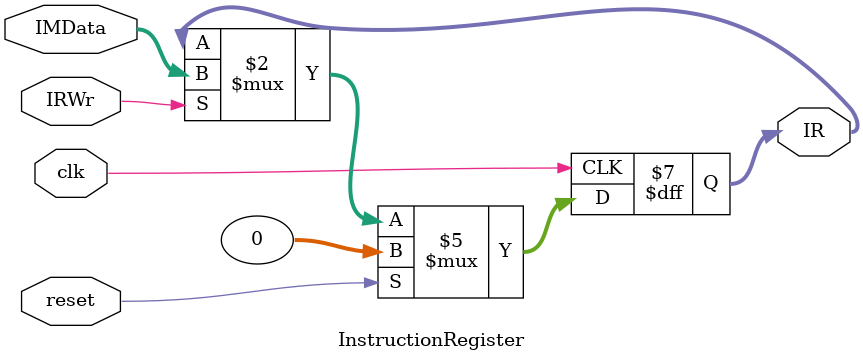
<source format=v>
module InstructionRegister(input clk,reset,IRWr,input [31:0] IMData,output reg [31:0] IR);
 always @(posedge clk)
 if(reset)
   IR<=0;
else
  if(IRWr)
    IR<=IMData;
 endmodule   
    
</source>
